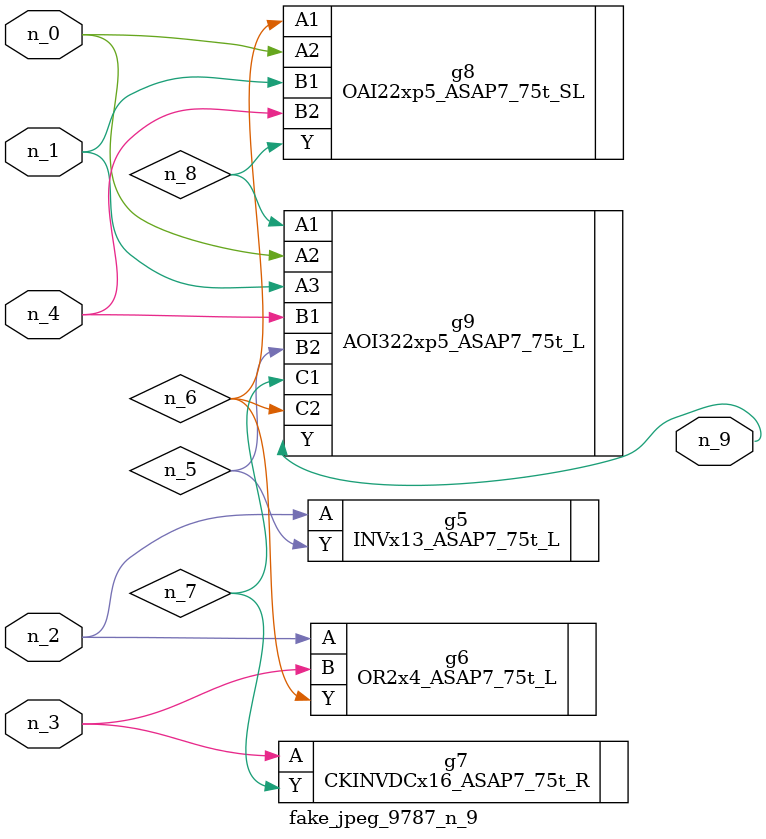
<source format=v>
module fake_jpeg_9787_n_9 (n_3, n_2, n_1, n_0, n_4, n_9);

input n_3;
input n_2;
input n_1;
input n_0;
input n_4;

output n_9;

wire n_8;
wire n_6;
wire n_5;
wire n_7;

INVx13_ASAP7_75t_L g5 ( 
.A(n_2),
.Y(n_5)
);

OR2x4_ASAP7_75t_L g6 ( 
.A(n_2),
.B(n_3),
.Y(n_6)
);

CKINVDCx16_ASAP7_75t_R g7 ( 
.A(n_3),
.Y(n_7)
);

OAI22xp5_ASAP7_75t_SL g8 ( 
.A1(n_6),
.A2(n_0),
.B1(n_1),
.B2(n_4),
.Y(n_8)
);

AOI322xp5_ASAP7_75t_L g9 ( 
.A1(n_8),
.A2(n_0),
.A3(n_1),
.B1(n_4),
.B2(n_5),
.C1(n_7),
.C2(n_6),
.Y(n_9)
);


endmodule
</source>
